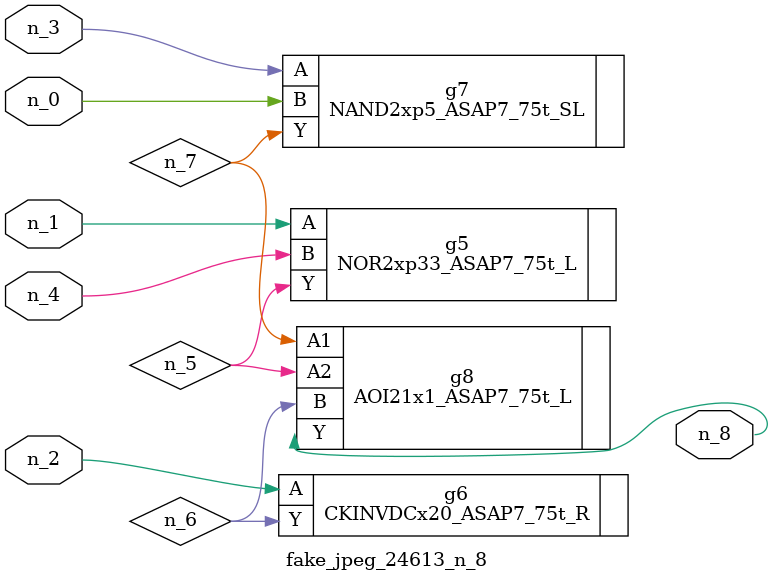
<source format=v>
module fake_jpeg_24613_n_8 (n_3, n_2, n_1, n_0, n_4, n_8);

input n_3;
input n_2;
input n_1;
input n_0;
input n_4;

output n_8;

wire n_6;
wire n_5;
wire n_7;

NOR2xp33_ASAP7_75t_L g5 ( 
.A(n_1),
.B(n_4),
.Y(n_5)
);

CKINVDCx20_ASAP7_75t_R g6 ( 
.A(n_2),
.Y(n_6)
);

NAND2xp5_ASAP7_75t_SL g7 ( 
.A(n_3),
.B(n_0),
.Y(n_7)
);

AOI21x1_ASAP7_75t_L g8 ( 
.A1(n_7),
.A2(n_5),
.B(n_6),
.Y(n_8)
);


endmodule
</source>
